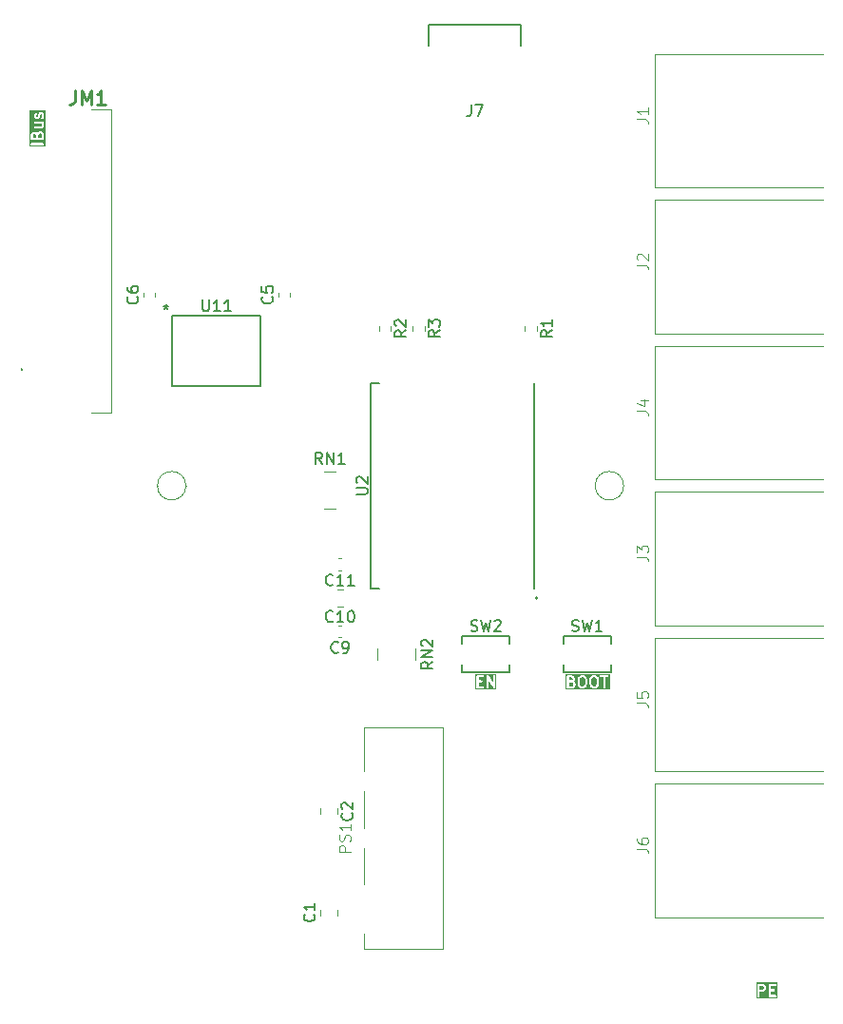
<source format=gbr>
%TF.GenerationSoftware,KiCad,Pcbnew,9.0.6*%
%TF.CreationDate,2025-11-30T12:45:29+03:00*%
%TF.ProjectId,PMIFC-1Wx12,504d4946-432d-4315-9778-31322e6b6963,rev?*%
%TF.SameCoordinates,PX3dfd240PY5f5e100*%
%TF.FileFunction,Legend,Top*%
%TF.FilePolarity,Positive*%
%FSLAX46Y46*%
G04 Gerber Fmt 4.6, Leading zero omitted, Abs format (unit mm)*
G04 Created by KiCad (PCBNEW 9.0.6) date 2025-11-30 12:45:29*
%MOMM*%
%LPD*%
G01*
G04 APERTURE LIST*
%ADD10C,0.200000*%
%ADD11C,0.100000*%
%ADD12C,0.150000*%
%ADD13C,0.254000*%
%ADD14C,0.120000*%
%ADD15C,0.152400*%
%ADD16C,0.203200*%
G04 APERTURE END LIST*
D10*
G36*
X-37141065Y31286236D02*
G01*
X-37116396Y31261568D01*
X-37086591Y31201958D01*
X-37086591Y30992232D01*
X-37362781Y30992232D01*
X-37362781Y31201958D01*
X-37332976Y31261568D01*
X-37308308Y31286237D01*
X-37248698Y31316041D01*
X-37200674Y31316041D01*
X-37141065Y31286236D01*
G37*
G36*
X-36617254Y31333854D02*
G01*
X-36592586Y31309187D01*
X-36562781Y31249577D01*
X-36562781Y30992232D01*
X-36886591Y30992232D01*
X-36886591Y31209338D01*
X-36851570Y31314404D01*
X-36832118Y31333856D01*
X-36772508Y31363660D01*
X-36676865Y31363660D01*
X-36617254Y31333854D01*
G37*
G36*
X-36251670Y30204931D02*
G01*
X-37673892Y30204931D01*
X-37673892Y30435551D01*
X-37560860Y30435551D01*
X-37560860Y30396533D01*
X-37545928Y30360485D01*
X-37518338Y30332895D01*
X-37482290Y30317963D01*
X-37462781Y30316042D01*
X-36462781Y30316042D01*
X-36443272Y30317963D01*
X-36407224Y30332895D01*
X-36379634Y30360485D01*
X-36364702Y30396533D01*
X-36364702Y30435551D01*
X-36379634Y30471599D01*
X-36407224Y30499189D01*
X-36443272Y30514121D01*
X-36462781Y30516042D01*
X-37462781Y30516042D01*
X-37482290Y30514121D01*
X-37518338Y30499189D01*
X-37545928Y30471599D01*
X-37560860Y30435551D01*
X-37673892Y30435551D01*
X-37673892Y31225565D01*
X-37562781Y31225565D01*
X-37562781Y30892232D01*
X-37560860Y30872723D01*
X-37545928Y30836675D01*
X-37518338Y30809085D01*
X-37482290Y30794153D01*
X-37462781Y30792232D01*
X-36462781Y30792232D01*
X-36443272Y30794153D01*
X-36407224Y30809085D01*
X-36379634Y30836675D01*
X-36364702Y30872723D01*
X-36362781Y30892232D01*
X-36362781Y31273184D01*
X-36364702Y31292693D01*
X-36366078Y31296014D01*
X-36366332Y31299597D01*
X-36373338Y31317906D01*
X-36420957Y31413143D01*
X-36426243Y31421540D01*
X-36427253Y31423980D01*
X-36429507Y31426726D01*
X-36431400Y31429734D01*
X-36433397Y31431466D01*
X-36439690Y31439134D01*
X-36487310Y31486752D01*
X-36494980Y31493047D01*
X-36496709Y31495041D01*
X-36499714Y31496933D01*
X-36502463Y31499189D01*
X-36504907Y31500201D01*
X-36513299Y31505484D01*
X-36608537Y31553103D01*
X-36626845Y31560109D01*
X-36630429Y31560364D01*
X-36633749Y31561739D01*
X-36653258Y31563660D01*
X-36796115Y31563660D01*
X-36815624Y31561739D01*
X-36818945Y31560364D01*
X-36822528Y31560109D01*
X-36840837Y31553103D01*
X-36936074Y31505484D01*
X-36944471Y31500199D01*
X-36946911Y31499188D01*
X-36949657Y31496935D01*
X-36952665Y31495041D01*
X-36954398Y31493044D01*
X-36962064Y31486751D01*
X-37009683Y31439133D01*
X-37010330Y31438345D01*
X-37011118Y31439133D01*
X-37018789Y31445428D01*
X-37020518Y31447422D01*
X-37023526Y31449316D01*
X-37026272Y31451569D01*
X-37028712Y31452580D01*
X-37037108Y31457865D01*
X-37132346Y31505484D01*
X-37150654Y31512490D01*
X-37154238Y31512745D01*
X-37157558Y31514120D01*
X-37177067Y31516041D01*
X-37272305Y31516041D01*
X-37291814Y31514120D01*
X-37295135Y31512745D01*
X-37298718Y31512490D01*
X-37317027Y31505484D01*
X-37412264Y31457865D01*
X-37420661Y31452580D01*
X-37423101Y31451569D01*
X-37425847Y31449316D01*
X-37428855Y31447422D01*
X-37430588Y31445425D01*
X-37438254Y31439132D01*
X-37485873Y31391514D01*
X-37492168Y31383844D01*
X-37494162Y31382114D01*
X-37496056Y31379107D01*
X-37498309Y31376360D01*
X-37499320Y31373921D01*
X-37504605Y31365524D01*
X-37552224Y31270286D01*
X-37559230Y31251978D01*
X-37559485Y31248395D01*
X-37560860Y31245074D01*
X-37562781Y31225565D01*
X-37673892Y31225565D01*
X-37673892Y32340312D01*
X-37227527Y32340312D01*
X-37227527Y32301294D01*
X-37212595Y32265246D01*
X-37185005Y32237656D01*
X-37148957Y32222724D01*
X-37129448Y32220803D01*
X-36599440Y32220803D01*
X-36592586Y32213949D01*
X-36562781Y32154339D01*
X-36562781Y32058696D01*
X-36584936Y32014387D01*
X-36629246Y31992232D01*
X-37129448Y31992232D01*
X-37148957Y31990311D01*
X-37185005Y31975379D01*
X-37212595Y31947789D01*
X-37227527Y31911741D01*
X-37227527Y31872723D01*
X-37212595Y31836675D01*
X-37185005Y31809085D01*
X-37148957Y31794153D01*
X-37129448Y31792232D01*
X-36605639Y31792232D01*
X-36586130Y31794153D01*
X-36582810Y31795529D01*
X-36579227Y31795783D01*
X-36560918Y31802789D01*
X-36465679Y31850408D01*
X-36462416Y31852462D01*
X-36460877Y31852975D01*
X-36458961Y31854638D01*
X-36449089Y31860851D01*
X-36440875Y31870323D01*
X-36431400Y31878539D01*
X-36425188Y31888410D01*
X-36423524Y31890327D01*
X-36423011Y31891868D01*
X-36420957Y31895130D01*
X-36373338Y31990367D01*
X-36366332Y32008676D01*
X-36366078Y32012260D01*
X-36364702Y32015580D01*
X-36362781Y32035089D01*
X-36362781Y32177946D01*
X-36364702Y32197455D01*
X-36366078Y32200776D01*
X-36366332Y32204359D01*
X-36373338Y32222668D01*
X-36389630Y32255251D01*
X-36379634Y32265246D01*
X-36364702Y32301294D01*
X-36364702Y32340312D01*
X-36379634Y32376360D01*
X-36407224Y32403950D01*
X-36443272Y32418882D01*
X-36462781Y32420803D01*
X-37129448Y32420803D01*
X-37148957Y32418882D01*
X-37185005Y32403950D01*
X-37212595Y32376360D01*
X-37227527Y32340312D01*
X-37673892Y32340312D01*
X-37673892Y33035089D01*
X-37229448Y33035089D01*
X-37229448Y32892232D01*
X-37227527Y32872723D01*
X-37226152Y32869403D01*
X-37225897Y32865819D01*
X-37218891Y32847511D01*
X-37171272Y32752273D01*
X-37169219Y32749010D01*
X-37168705Y32747471D01*
X-37167043Y32745555D01*
X-37160829Y32735683D01*
X-37151359Y32727470D01*
X-37143141Y32717994D01*
X-37133268Y32711780D01*
X-37131352Y32710118D01*
X-37129814Y32709606D01*
X-37126550Y32707551D01*
X-37031313Y32659932D01*
X-37013004Y32652926D01*
X-37009421Y32652672D01*
X-37006100Y32651296D01*
X-36986591Y32649375D01*
X-36938972Y32649375D01*
X-36919463Y32651296D01*
X-36916143Y32652672D01*
X-36912559Y32652926D01*
X-36894251Y32659932D01*
X-36799013Y32707551D01*
X-36795750Y32709605D01*
X-36794211Y32710118D01*
X-36792295Y32711781D01*
X-36782423Y32717994D01*
X-36774210Y32727465D01*
X-36764734Y32735682D01*
X-36758520Y32745556D01*
X-36756858Y32747471D01*
X-36756346Y32749010D01*
X-36754291Y32752273D01*
X-36706672Y32847510D01*
X-36699666Y32865819D01*
X-36699412Y32869403D01*
X-36698036Y32872723D01*
X-36696115Y32892232D01*
X-36696115Y33011482D01*
X-36673960Y33055792D01*
X-36629651Y33077946D01*
X-36629246Y33077946D01*
X-36584936Y33055792D01*
X-36562781Y33011482D01*
X-36562781Y32868220D01*
X-36599843Y32794096D01*
X-36606849Y32775788D01*
X-36609615Y32736868D01*
X-36597276Y32699852D01*
X-36571712Y32670375D01*
X-36536813Y32652926D01*
X-36497893Y32650160D01*
X-36460877Y32662499D01*
X-36431400Y32688063D01*
X-36420957Y32704654D01*
X-36373338Y32799891D01*
X-36366332Y32818200D01*
X-36366078Y32821784D01*
X-36364702Y32825104D01*
X-36362781Y32844613D01*
X-36362781Y33035089D01*
X-36364702Y33054598D01*
X-36366078Y33057919D01*
X-36366332Y33061502D01*
X-36373338Y33079811D01*
X-36420957Y33175048D01*
X-36423011Y33178311D01*
X-36423524Y33179851D01*
X-36425188Y33181769D01*
X-36431400Y33191639D01*
X-36440875Y33199856D01*
X-36449089Y33209327D01*
X-36458961Y33215541D01*
X-36460877Y33217203D01*
X-36462416Y33217717D01*
X-36465679Y33219770D01*
X-36560918Y33267389D01*
X-36579227Y33274395D01*
X-36582810Y33274650D01*
X-36586130Y33276025D01*
X-36605639Y33277946D01*
X-36653258Y33277946D01*
X-36672767Y33276025D01*
X-36676088Y33274650D01*
X-36679671Y33274395D01*
X-36697980Y33267389D01*
X-36793217Y33219770D01*
X-36796481Y33217716D01*
X-36798019Y33217203D01*
X-36799935Y33215542D01*
X-36809808Y33209327D01*
X-36818026Y33199852D01*
X-36827496Y33191638D01*
X-36833710Y33181767D01*
X-36835372Y33179850D01*
X-36835886Y33178312D01*
X-36837939Y33175048D01*
X-36885558Y33079810D01*
X-36892564Y33061502D01*
X-36892819Y33057919D01*
X-36894194Y33054598D01*
X-36896115Y33035089D01*
X-36896115Y32915839D01*
X-36918270Y32871531D01*
X-36962579Y32849375D01*
X-36962984Y32849375D01*
X-37007293Y32871530D01*
X-37029448Y32915840D01*
X-37029448Y33011482D01*
X-36992386Y33085605D01*
X-36985380Y33103914D01*
X-36982614Y33142834D01*
X-36994953Y33179850D01*
X-37020518Y33209327D01*
X-37055416Y33226776D01*
X-37094336Y33229541D01*
X-37131352Y33217203D01*
X-37160829Y33191638D01*
X-37171272Y33175048D01*
X-37218891Y33079810D01*
X-37225897Y33061502D01*
X-37226152Y33057919D01*
X-37227527Y33054598D01*
X-37229448Y33035089D01*
X-37673892Y33035089D01*
X-37673892Y33389057D01*
X-36251670Y33389057D01*
X-36251670Y30204931D01*
G37*
G36*
X10731695Y-17563430D02*
G01*
X10751147Y-17582882D01*
X10780952Y-17642492D01*
X10780952Y-17738135D01*
X10751147Y-17797743D01*
X10726478Y-17822413D01*
X10666869Y-17852219D01*
X10409524Y-17852219D01*
X10409524Y-17528409D01*
X10626630Y-17528409D01*
X10731695Y-17563430D01*
G37*
G36*
X10678859Y-17082024D02*
G01*
X10703528Y-17106692D01*
X10733333Y-17166302D01*
X10733333Y-17214326D01*
X10703528Y-17273935D01*
X10678859Y-17298603D01*
X10619250Y-17328409D01*
X10409524Y-17328409D01*
X10409524Y-17052219D01*
X10619250Y-17052219D01*
X10678859Y-17082024D01*
G37*
G36*
X11726477Y-17082023D02*
G01*
X11790656Y-17146202D01*
X11828571Y-17297861D01*
X11828571Y-17606575D01*
X11790655Y-17758235D01*
X11726479Y-17822413D01*
X11666869Y-17852219D01*
X11523607Y-17852219D01*
X11463997Y-17822414D01*
X11399820Y-17758236D01*
X11361905Y-17606575D01*
X11361905Y-17297862D01*
X11399820Y-17146202D01*
X11463999Y-17082023D01*
X11523607Y-17052219D01*
X11666869Y-17052219D01*
X11726477Y-17082023D01*
G37*
G36*
X12774096Y-17082023D02*
G01*
X12838275Y-17146202D01*
X12876190Y-17297861D01*
X12876190Y-17606575D01*
X12838274Y-17758235D01*
X12774098Y-17822413D01*
X12714488Y-17852219D01*
X12571226Y-17852219D01*
X12511616Y-17822414D01*
X12447439Y-17758236D01*
X12409524Y-17606575D01*
X12409524Y-17297862D01*
X12447439Y-17146202D01*
X12511618Y-17082023D01*
X12571226Y-17052219D01*
X12714488Y-17052219D01*
X12774096Y-17082023D01*
G37*
G36*
X14042523Y-18163330D02*
G01*
X10098413Y-18163330D01*
X10098413Y-16952219D01*
X10209524Y-16952219D01*
X10209524Y-17952219D01*
X10211445Y-17971728D01*
X10226377Y-18007776D01*
X10253967Y-18035366D01*
X10290015Y-18050298D01*
X10309524Y-18052219D01*
X10690476Y-18052219D01*
X10709985Y-18050298D01*
X10713305Y-18048922D01*
X10716889Y-18048668D01*
X10735197Y-18041662D01*
X10830435Y-17994043D01*
X10838830Y-17988758D01*
X10841272Y-17987747D01*
X10844019Y-17985491D01*
X10847025Y-17983600D01*
X10848755Y-17981605D01*
X10856425Y-17975310D01*
X10904044Y-17927690D01*
X10910336Y-17920023D01*
X10912333Y-17918292D01*
X10914226Y-17915284D01*
X10916481Y-17912537D01*
X10917492Y-17910095D01*
X10922776Y-17901701D01*
X10970395Y-17806464D01*
X10977401Y-17788155D01*
X10977655Y-17784571D01*
X10979031Y-17781251D01*
X10980952Y-17761742D01*
X10980952Y-17618885D01*
X10979031Y-17599376D01*
X10977655Y-17596055D01*
X10977401Y-17592472D01*
X10970395Y-17574163D01*
X10922776Y-17478926D01*
X10917490Y-17470529D01*
X10916480Y-17468089D01*
X10914226Y-17465343D01*
X10912333Y-17462335D01*
X10910335Y-17460602D01*
X10904043Y-17452936D01*
X10856425Y-17405317D01*
X10855636Y-17404669D01*
X10856424Y-17403882D01*
X10862716Y-17396215D01*
X10864714Y-17394483D01*
X10866607Y-17391474D01*
X10868861Y-17388729D01*
X10869871Y-17386288D01*
X10875157Y-17377892D01*
X10921327Y-17285552D01*
X11161905Y-17285552D01*
X11161905Y-17618885D01*
X11162240Y-17622287D01*
X11162023Y-17623746D01*
X11163102Y-17631043D01*
X11163826Y-17638394D01*
X11164390Y-17639757D01*
X11164891Y-17643139D01*
X11212510Y-17833614D01*
X11219105Y-17852075D01*
X11223530Y-17858047D01*
X11226376Y-17864918D01*
X11238813Y-17880071D01*
X11334051Y-17975311D01*
X11341719Y-17981604D01*
X11343450Y-17983600D01*
X11346457Y-17985493D01*
X11349204Y-17987747D01*
X11351644Y-17988757D01*
X11360041Y-17994043D01*
X11455278Y-18041662D01*
X11473587Y-18048668D01*
X11477170Y-18048922D01*
X11480491Y-18050298D01*
X11500000Y-18052219D01*
X11690476Y-18052219D01*
X11709985Y-18050298D01*
X11713305Y-18048922D01*
X11716889Y-18048668D01*
X11735197Y-18041662D01*
X11830435Y-17994043D01*
X11838830Y-17988758D01*
X11841272Y-17987747D01*
X11844019Y-17985491D01*
X11847025Y-17983600D01*
X11848755Y-17981605D01*
X11856425Y-17975310D01*
X11951663Y-17880071D01*
X11964100Y-17864918D01*
X11966945Y-17858047D01*
X11971371Y-17852075D01*
X11977966Y-17833615D01*
X12025585Y-17643139D01*
X12026085Y-17639757D01*
X12026650Y-17638394D01*
X12027373Y-17631043D01*
X12028453Y-17623746D01*
X12028235Y-17622287D01*
X12028571Y-17618885D01*
X12028571Y-17285552D01*
X12209524Y-17285552D01*
X12209524Y-17618885D01*
X12209859Y-17622287D01*
X12209642Y-17623746D01*
X12210721Y-17631043D01*
X12211445Y-17638394D01*
X12212009Y-17639757D01*
X12212510Y-17643139D01*
X12260129Y-17833614D01*
X12266724Y-17852075D01*
X12271149Y-17858047D01*
X12273995Y-17864918D01*
X12286432Y-17880071D01*
X12381670Y-17975311D01*
X12389338Y-17981604D01*
X12391069Y-17983600D01*
X12394076Y-17985493D01*
X12396823Y-17987747D01*
X12399263Y-17988757D01*
X12407660Y-17994043D01*
X12502897Y-18041662D01*
X12521206Y-18048668D01*
X12524789Y-18048922D01*
X12528110Y-18050298D01*
X12547619Y-18052219D01*
X12738095Y-18052219D01*
X12757604Y-18050298D01*
X12760924Y-18048922D01*
X12764508Y-18048668D01*
X12782816Y-18041662D01*
X12878054Y-17994043D01*
X12886449Y-17988758D01*
X12888891Y-17987747D01*
X12891638Y-17985491D01*
X12894644Y-17983600D01*
X12896374Y-17981605D01*
X12904044Y-17975310D01*
X12999282Y-17880071D01*
X13011719Y-17864918D01*
X13014564Y-17858047D01*
X13018990Y-17852075D01*
X13025585Y-17833615D01*
X13073204Y-17643139D01*
X13073704Y-17639757D01*
X13074269Y-17638394D01*
X13074992Y-17631043D01*
X13076072Y-17623746D01*
X13075854Y-17622287D01*
X13076190Y-17618885D01*
X13076190Y-17285552D01*
X13075854Y-17282149D01*
X13076072Y-17280691D01*
X13074992Y-17273393D01*
X13074269Y-17266043D01*
X13073704Y-17264679D01*
X13073204Y-17261298D01*
X13025585Y-17070822D01*
X13018990Y-17052362D01*
X13014563Y-17046387D01*
X13011718Y-17039519D01*
X12999282Y-17024365D01*
X12907627Y-16932710D01*
X13163826Y-16932710D01*
X13163826Y-16971728D01*
X13178758Y-17007776D01*
X13206348Y-17035366D01*
X13242396Y-17050298D01*
X13261905Y-17052219D01*
X13447619Y-17052219D01*
X13447619Y-17952219D01*
X13449540Y-17971728D01*
X13464472Y-18007776D01*
X13492062Y-18035366D01*
X13528110Y-18050298D01*
X13567128Y-18050298D01*
X13603176Y-18035366D01*
X13630766Y-18007776D01*
X13645698Y-17971728D01*
X13647619Y-17952219D01*
X13647619Y-17052219D01*
X13833333Y-17052219D01*
X13852842Y-17050298D01*
X13888890Y-17035366D01*
X13916480Y-17007776D01*
X13931412Y-16971728D01*
X13931412Y-16932710D01*
X13916480Y-16896662D01*
X13888890Y-16869072D01*
X13852842Y-16854140D01*
X13833333Y-16852219D01*
X13261905Y-16852219D01*
X13242396Y-16854140D01*
X13206348Y-16869072D01*
X13178758Y-16896662D01*
X13163826Y-16932710D01*
X12907627Y-16932710D01*
X12904044Y-16929127D01*
X12896373Y-16922832D01*
X12894644Y-16920838D01*
X12891636Y-16918944D01*
X12888890Y-16916691D01*
X12886450Y-16915680D01*
X12878054Y-16910395D01*
X12782816Y-16862776D01*
X12764508Y-16855770D01*
X12760924Y-16855515D01*
X12757604Y-16854140D01*
X12738095Y-16852219D01*
X12547619Y-16852219D01*
X12528110Y-16854140D01*
X12524789Y-16855515D01*
X12521206Y-16855770D01*
X12502897Y-16862776D01*
X12407660Y-16910395D01*
X12399261Y-16915681D01*
X12396824Y-16916691D01*
X12394080Y-16918942D01*
X12391069Y-16920838D01*
X12389336Y-16922835D01*
X12381670Y-16929127D01*
X12286432Y-17024365D01*
X12273996Y-17039519D01*
X12271150Y-17046387D01*
X12266724Y-17052362D01*
X12260129Y-17070823D01*
X12212510Y-17261298D01*
X12212009Y-17264679D01*
X12211445Y-17266043D01*
X12210721Y-17273393D01*
X12209642Y-17280691D01*
X12209859Y-17282149D01*
X12209524Y-17285552D01*
X12028571Y-17285552D01*
X12028235Y-17282149D01*
X12028453Y-17280691D01*
X12027373Y-17273393D01*
X12026650Y-17266043D01*
X12026085Y-17264679D01*
X12025585Y-17261298D01*
X11977966Y-17070822D01*
X11971371Y-17052362D01*
X11966944Y-17046387D01*
X11964099Y-17039519D01*
X11951663Y-17024365D01*
X11856425Y-16929127D01*
X11848754Y-16922832D01*
X11847025Y-16920838D01*
X11844017Y-16918944D01*
X11841271Y-16916691D01*
X11838831Y-16915680D01*
X11830435Y-16910395D01*
X11735197Y-16862776D01*
X11716889Y-16855770D01*
X11713305Y-16855515D01*
X11709985Y-16854140D01*
X11690476Y-16852219D01*
X11500000Y-16852219D01*
X11480491Y-16854140D01*
X11477170Y-16855515D01*
X11473587Y-16855770D01*
X11455278Y-16862776D01*
X11360041Y-16910395D01*
X11351642Y-16915681D01*
X11349205Y-16916691D01*
X11346461Y-16918942D01*
X11343450Y-16920838D01*
X11341717Y-16922835D01*
X11334051Y-16929127D01*
X11238813Y-17024365D01*
X11226377Y-17039519D01*
X11223531Y-17046387D01*
X11219105Y-17052362D01*
X11212510Y-17070823D01*
X11164891Y-17261298D01*
X11164390Y-17264679D01*
X11163826Y-17266043D01*
X11163102Y-17273393D01*
X11162023Y-17280691D01*
X11162240Y-17282149D01*
X11161905Y-17285552D01*
X10921327Y-17285552D01*
X10922776Y-17282655D01*
X10929782Y-17264346D01*
X10930036Y-17260762D01*
X10931412Y-17257442D01*
X10933333Y-17237933D01*
X10933333Y-17142695D01*
X10931412Y-17123186D01*
X10930036Y-17119865D01*
X10929782Y-17116282D01*
X10922776Y-17097973D01*
X10875157Y-17002736D01*
X10869871Y-16994339D01*
X10868861Y-16991899D01*
X10866607Y-16989153D01*
X10864714Y-16986145D01*
X10862716Y-16984412D01*
X10856424Y-16976746D01*
X10808806Y-16929127D01*
X10801135Y-16922832D01*
X10799406Y-16920838D01*
X10796398Y-16918944D01*
X10793652Y-16916691D01*
X10791212Y-16915680D01*
X10782816Y-16910395D01*
X10687578Y-16862776D01*
X10669270Y-16855770D01*
X10665686Y-16855515D01*
X10662366Y-16854140D01*
X10642857Y-16852219D01*
X10309524Y-16852219D01*
X10290015Y-16854140D01*
X10253967Y-16869072D01*
X10226377Y-16896662D01*
X10211445Y-16932710D01*
X10209524Y-16952219D01*
X10098413Y-16952219D01*
X10098413Y-16741108D01*
X14042523Y-16741108D01*
X14042523Y-18163330D01*
G37*
G36*
X27702668Y-44582024D02*
G01*
X27727337Y-44606692D01*
X27757142Y-44666302D01*
X27757142Y-44761945D01*
X27727337Y-44821554D01*
X27702668Y-44846222D01*
X27643059Y-44876028D01*
X27385714Y-44876028D01*
X27385714Y-44552219D01*
X27643059Y-44552219D01*
X27702668Y-44582024D01*
G37*
G36*
X28971094Y-45663330D02*
G01*
X27074603Y-45663330D01*
X27074603Y-44452219D01*
X27185714Y-44452219D01*
X27185714Y-45452219D01*
X27187635Y-45471728D01*
X27202567Y-45507776D01*
X27230157Y-45535366D01*
X27266205Y-45550298D01*
X27305223Y-45550298D01*
X27341271Y-45535366D01*
X27368861Y-45507776D01*
X27383793Y-45471728D01*
X27385714Y-45452219D01*
X27385714Y-45076028D01*
X27666666Y-45076028D01*
X27686175Y-45074107D01*
X27689495Y-45072731D01*
X27693079Y-45072477D01*
X27711387Y-45065471D01*
X27806625Y-45017852D01*
X27815021Y-45012566D01*
X27817461Y-45011556D01*
X27820207Y-45009302D01*
X27823215Y-45007409D01*
X27824944Y-45005414D01*
X27832615Y-44999120D01*
X27880233Y-44951501D01*
X27886525Y-44943834D01*
X27888523Y-44942102D01*
X27890416Y-44939093D01*
X27892670Y-44936348D01*
X27893680Y-44933907D01*
X27898966Y-44925511D01*
X27946585Y-44830274D01*
X27953591Y-44811965D01*
X27953845Y-44808381D01*
X27955221Y-44805061D01*
X27957142Y-44785552D01*
X27957142Y-44642695D01*
X27955221Y-44623186D01*
X27953845Y-44619865D01*
X27953591Y-44616282D01*
X27946585Y-44597973D01*
X27898966Y-44502736D01*
X27893680Y-44494339D01*
X27892670Y-44491899D01*
X27890416Y-44489153D01*
X27888523Y-44486145D01*
X27886525Y-44484412D01*
X27880233Y-44476746D01*
X27855707Y-44452219D01*
X28185714Y-44452219D01*
X28185714Y-45452219D01*
X28187635Y-45471728D01*
X28202567Y-45507776D01*
X28230157Y-45535366D01*
X28266205Y-45550298D01*
X28285714Y-45552219D01*
X28761904Y-45552219D01*
X28781413Y-45550298D01*
X28817461Y-45535366D01*
X28845051Y-45507776D01*
X28859983Y-45471728D01*
X28859983Y-45432710D01*
X28845051Y-45396662D01*
X28817461Y-45369072D01*
X28781413Y-45354140D01*
X28761904Y-45352219D01*
X28385714Y-45352219D01*
X28385714Y-45028409D01*
X28619047Y-45028409D01*
X28638556Y-45026488D01*
X28674604Y-45011556D01*
X28702194Y-44983966D01*
X28717126Y-44947918D01*
X28717126Y-44908900D01*
X28702194Y-44872852D01*
X28674604Y-44845262D01*
X28638556Y-44830330D01*
X28619047Y-44828409D01*
X28385714Y-44828409D01*
X28385714Y-44552219D01*
X28761904Y-44552219D01*
X28781413Y-44550298D01*
X28817461Y-44535366D01*
X28845051Y-44507776D01*
X28859983Y-44471728D01*
X28859983Y-44432710D01*
X28845051Y-44396662D01*
X28817461Y-44369072D01*
X28781413Y-44354140D01*
X28761904Y-44352219D01*
X28285714Y-44352219D01*
X28266205Y-44354140D01*
X28230157Y-44369072D01*
X28202567Y-44396662D01*
X28187635Y-44432710D01*
X28185714Y-44452219D01*
X27855707Y-44452219D01*
X27832615Y-44429127D01*
X27824944Y-44422832D01*
X27823215Y-44420838D01*
X27820207Y-44418944D01*
X27817461Y-44416691D01*
X27815021Y-44415680D01*
X27806625Y-44410395D01*
X27711387Y-44362776D01*
X27693079Y-44355770D01*
X27689495Y-44355515D01*
X27686175Y-44354140D01*
X27666666Y-44352219D01*
X27285714Y-44352219D01*
X27266205Y-44354140D01*
X27230157Y-44369072D01*
X27202567Y-44396662D01*
X27187635Y-44432710D01*
X27185714Y-44452219D01*
X27074603Y-44452219D01*
X27074603Y-44241108D01*
X28971094Y-44241108D01*
X28971094Y-45663330D01*
G37*
G36*
X3949206Y-18163330D02*
G01*
X2050794Y-18163330D01*
X2050794Y-16952219D01*
X2161905Y-16952219D01*
X2161905Y-17952219D01*
X2163826Y-17971728D01*
X2178758Y-18007776D01*
X2206348Y-18035366D01*
X2242396Y-18050298D01*
X2261905Y-18052219D01*
X2738095Y-18052219D01*
X2757604Y-18050298D01*
X2793652Y-18035366D01*
X2821242Y-18007776D01*
X2836174Y-17971728D01*
X2836174Y-17932710D01*
X2821242Y-17896662D01*
X2793652Y-17869072D01*
X2757604Y-17854140D01*
X2738095Y-17852219D01*
X2361905Y-17852219D01*
X2361905Y-17528409D01*
X2595238Y-17528409D01*
X2614747Y-17526488D01*
X2650795Y-17511556D01*
X2678385Y-17483966D01*
X2693317Y-17447918D01*
X2693317Y-17408900D01*
X2678385Y-17372852D01*
X2650795Y-17345262D01*
X2614747Y-17330330D01*
X2595238Y-17328409D01*
X2361905Y-17328409D01*
X2361905Y-17052219D01*
X2738095Y-17052219D01*
X2757604Y-17050298D01*
X2793652Y-17035366D01*
X2821242Y-17007776D01*
X2836174Y-16971728D01*
X2836174Y-16952219D01*
X3066667Y-16952219D01*
X3066667Y-17952219D01*
X3068588Y-17971728D01*
X3083520Y-18007776D01*
X3111110Y-18035366D01*
X3147158Y-18050298D01*
X3186176Y-18050298D01*
X3222224Y-18035366D01*
X3249814Y-18007776D01*
X3264746Y-17971728D01*
X3266667Y-17952219D01*
X3266667Y-17328775D01*
X3651271Y-18001833D01*
X3654189Y-18005943D01*
X3654948Y-18007776D01*
X3656814Y-18009642D01*
X3662618Y-18017818D01*
X3673134Y-18025962D01*
X3682538Y-18035366D01*
X3688425Y-18037804D01*
X3693467Y-18041709D01*
X3706299Y-18045208D01*
X3718586Y-18050298D01*
X3724962Y-18050298D01*
X3731111Y-18051975D01*
X3744304Y-18050298D01*
X3757604Y-18050298D01*
X3763492Y-18047858D01*
X3769817Y-18047055D01*
X3781366Y-18040454D01*
X3793652Y-18035366D01*
X3798159Y-18030858D01*
X3803694Y-18027696D01*
X3811838Y-18017179D01*
X3821242Y-18007776D01*
X3823680Y-18001888D01*
X3827585Y-17996847D01*
X3831084Y-17984014D01*
X3836174Y-17971728D01*
X3837156Y-17961750D01*
X3837851Y-17959204D01*
X3837600Y-17957236D01*
X3838095Y-17952219D01*
X3838095Y-16952219D01*
X3836174Y-16932710D01*
X3821242Y-16896662D01*
X3793652Y-16869072D01*
X3757604Y-16854140D01*
X3718586Y-16854140D01*
X3682538Y-16869072D01*
X3654948Y-16896662D01*
X3640016Y-16932710D01*
X3638095Y-16952219D01*
X3638095Y-17575662D01*
X3253491Y-16902605D01*
X3250572Y-16898494D01*
X3249814Y-16896662D01*
X3247947Y-16894795D01*
X3242144Y-16886620D01*
X3231629Y-16878477D01*
X3222224Y-16869072D01*
X3216333Y-16866632D01*
X3211295Y-16862730D01*
X3198466Y-16859231D01*
X3186176Y-16854140D01*
X3179801Y-16854140D01*
X3173652Y-16852463D01*
X3160459Y-16854140D01*
X3147158Y-16854140D01*
X3141269Y-16856579D01*
X3134945Y-16857383D01*
X3123395Y-16863983D01*
X3111110Y-16869072D01*
X3106602Y-16873579D01*
X3101068Y-16876742D01*
X3092925Y-16887256D01*
X3083520Y-16896662D01*
X3081080Y-16902552D01*
X3077178Y-16907591D01*
X3073679Y-16920419D01*
X3068588Y-16932710D01*
X3067605Y-16942687D01*
X3066911Y-16945234D01*
X3067161Y-16947201D01*
X3066667Y-16952219D01*
X2836174Y-16952219D01*
X2836174Y-16932710D01*
X2821242Y-16896662D01*
X2793652Y-16869072D01*
X2757604Y-16854140D01*
X2738095Y-16852219D01*
X2261905Y-16852219D01*
X2242396Y-16854140D01*
X2206348Y-16869072D01*
X2178758Y-16896662D01*
X2163826Y-16932710D01*
X2161905Y-16952219D01*
X2050794Y-16952219D01*
X2050794Y-16741108D01*
X3949206Y-16741108D01*
X3949206Y-18163330D01*
G37*
D11*
X16457419Y-32333333D02*
X17171704Y-32333333D01*
X17171704Y-32333333D02*
X17314561Y-32380952D01*
X17314561Y-32380952D02*
X17409800Y-32476190D01*
X17409800Y-32476190D02*
X17457419Y-32619047D01*
X17457419Y-32619047D02*
X17457419Y-32714285D01*
X16457419Y-31428571D02*
X16457419Y-31619047D01*
X16457419Y-31619047D02*
X16505038Y-31714285D01*
X16505038Y-31714285D02*
X16552657Y-31761904D01*
X16552657Y-31761904D02*
X16695514Y-31857142D01*
X16695514Y-31857142D02*
X16885990Y-31904761D01*
X16885990Y-31904761D02*
X17266942Y-31904761D01*
X17266942Y-31904761D02*
X17362180Y-31857142D01*
X17362180Y-31857142D02*
X17409800Y-31809523D01*
X17409800Y-31809523D02*
X17457419Y-31714285D01*
X17457419Y-31714285D02*
X17457419Y-31523809D01*
X17457419Y-31523809D02*
X17409800Y-31428571D01*
X17409800Y-31428571D02*
X17362180Y-31380952D01*
X17362180Y-31380952D02*
X17266942Y-31333333D01*
X17266942Y-31333333D02*
X17028847Y-31333333D01*
X17028847Y-31333333D02*
X16933609Y-31380952D01*
X16933609Y-31380952D02*
X16885990Y-31428571D01*
X16885990Y-31428571D02*
X16838371Y-31523809D01*
X16838371Y-31523809D02*
X16838371Y-31714285D01*
X16838371Y-31714285D02*
X16885990Y-31809523D01*
X16885990Y-31809523D02*
X16933609Y-31857142D01*
X16933609Y-31857142D02*
X17028847Y-31904761D01*
D12*
X-28070420Y16833334D02*
X-28022800Y16785715D01*
X-28022800Y16785715D02*
X-27975181Y16642858D01*
X-27975181Y16642858D02*
X-27975181Y16547620D01*
X-27975181Y16547620D02*
X-28022800Y16404763D01*
X-28022800Y16404763D02*
X-28118039Y16309525D01*
X-28118039Y16309525D02*
X-28213277Y16261906D01*
X-28213277Y16261906D02*
X-28403753Y16214287D01*
X-28403753Y16214287D02*
X-28546610Y16214287D01*
X-28546610Y16214287D02*
X-28737086Y16261906D01*
X-28737086Y16261906D02*
X-28832324Y16309525D01*
X-28832324Y16309525D02*
X-28927562Y16404763D01*
X-28927562Y16404763D02*
X-28975181Y16547620D01*
X-28975181Y16547620D02*
X-28975181Y16642858D01*
X-28975181Y16642858D02*
X-28927562Y16785715D01*
X-28927562Y16785715D02*
X-28879943Y16833334D01*
X-28975181Y17690477D02*
X-28975181Y17500001D01*
X-28975181Y17500001D02*
X-28927562Y17404763D01*
X-28927562Y17404763D02*
X-28879943Y17357144D01*
X-28879943Y17357144D02*
X-28737086Y17261906D01*
X-28737086Y17261906D02*
X-28546610Y17214287D01*
X-28546610Y17214287D02*
X-28165658Y17214287D01*
X-28165658Y17214287D02*
X-28070420Y17261906D01*
X-28070420Y17261906D02*
X-28022800Y17309525D01*
X-28022800Y17309525D02*
X-27975181Y17404763D01*
X-27975181Y17404763D02*
X-27975181Y17595239D01*
X-27975181Y17595239D02*
X-28022800Y17690477D01*
X-28022800Y17690477D02*
X-28070420Y17738096D01*
X-28070420Y17738096D02*
X-28165658Y17785715D01*
X-28165658Y17785715D02*
X-28403753Y17785715D01*
X-28403753Y17785715D02*
X-28498991Y17738096D01*
X-28498991Y17738096D02*
X-28546610Y17690477D01*
X-28546610Y17690477D02*
X-28594229Y17595239D01*
X-28594229Y17595239D02*
X-28594229Y17404763D01*
X-28594229Y17404763D02*
X-28546610Y17309525D01*
X-28546610Y17309525D02*
X-28498991Y17261906D01*
X-28498991Y17261906D02*
X-28403753Y17214287D01*
X-22238095Y16545181D02*
X-22238095Y15735658D01*
X-22238095Y15735658D02*
X-22190476Y15640420D01*
X-22190476Y15640420D02*
X-22142857Y15592800D01*
X-22142857Y15592800D02*
X-22047619Y15545181D01*
X-22047619Y15545181D02*
X-21857143Y15545181D01*
X-21857143Y15545181D02*
X-21761905Y15592800D01*
X-21761905Y15592800D02*
X-21714286Y15640420D01*
X-21714286Y15640420D02*
X-21666667Y15735658D01*
X-21666667Y15735658D02*
X-21666667Y16545181D01*
X-20666667Y15545181D02*
X-21238095Y15545181D01*
X-20952381Y15545181D02*
X-20952381Y16545181D01*
X-20952381Y16545181D02*
X-21047619Y16402324D01*
X-21047619Y16402324D02*
X-21142857Y16307086D01*
X-21142857Y16307086D02*
X-21238095Y16259467D01*
X-19714286Y15545181D02*
X-20285714Y15545181D01*
X-20000000Y15545181D02*
X-20000000Y16545181D01*
X-20000000Y16545181D02*
X-20095238Y16402324D01*
X-20095238Y16402324D02*
X-20190476Y16307086D01*
X-20190476Y16307086D02*
X-20285714Y16259467D01*
X-25500000Y16151981D02*
X-25500000Y15913886D01*
X-25738095Y16009124D02*
X-25500000Y15913886D01*
X-25500000Y15913886D02*
X-25261905Y16009124D01*
X-25642857Y15723410D02*
X-25500000Y15913886D01*
X-25500000Y15913886D02*
X-25357143Y15723410D01*
X-16070420Y16833334D02*
X-16022800Y16785715D01*
X-16022800Y16785715D02*
X-15975181Y16642858D01*
X-15975181Y16642858D02*
X-15975181Y16547620D01*
X-15975181Y16547620D02*
X-16022800Y16404763D01*
X-16022800Y16404763D02*
X-16118039Y16309525D01*
X-16118039Y16309525D02*
X-16213277Y16261906D01*
X-16213277Y16261906D02*
X-16403753Y16214287D01*
X-16403753Y16214287D02*
X-16546610Y16214287D01*
X-16546610Y16214287D02*
X-16737086Y16261906D01*
X-16737086Y16261906D02*
X-16832324Y16309525D01*
X-16832324Y16309525D02*
X-16927562Y16404763D01*
X-16927562Y16404763D02*
X-16975181Y16547620D01*
X-16975181Y16547620D02*
X-16975181Y16642858D01*
X-16975181Y16642858D02*
X-16927562Y16785715D01*
X-16927562Y16785715D02*
X-16879943Y16833334D01*
X-16975181Y17738096D02*
X-16975181Y17261906D01*
X-16975181Y17261906D02*
X-16498991Y17214287D01*
X-16498991Y17214287D02*
X-16546610Y17261906D01*
X-16546610Y17261906D02*
X-16594229Y17357144D01*
X-16594229Y17357144D02*
X-16594229Y17595239D01*
X-16594229Y17595239D02*
X-16546610Y17690477D01*
X-16546610Y17690477D02*
X-16498991Y17738096D01*
X-16498991Y17738096D02*
X-16403753Y17785715D01*
X-16403753Y17785715D02*
X-16165658Y17785715D01*
X-16165658Y17785715D02*
X-16070420Y17738096D01*
X-16070420Y17738096D02*
X-16022800Y17690477D01*
X-16022800Y17690477D02*
X-15975181Y17595239D01*
X-15975181Y17595239D02*
X-15975181Y17357144D01*
X-15975181Y17357144D02*
X-16022800Y17261906D01*
X-16022800Y17261906D02*
X-16070420Y17214287D01*
X1666667Y-12907200D02*
X1809524Y-12954819D01*
X1809524Y-12954819D02*
X2047619Y-12954819D01*
X2047619Y-12954819D02*
X2142857Y-12907200D01*
X2142857Y-12907200D02*
X2190476Y-12859580D01*
X2190476Y-12859580D02*
X2238095Y-12764342D01*
X2238095Y-12764342D02*
X2238095Y-12669104D01*
X2238095Y-12669104D02*
X2190476Y-12573866D01*
X2190476Y-12573866D02*
X2142857Y-12526247D01*
X2142857Y-12526247D02*
X2047619Y-12478628D01*
X2047619Y-12478628D02*
X1857143Y-12431009D01*
X1857143Y-12431009D02*
X1761905Y-12383390D01*
X1761905Y-12383390D02*
X1714286Y-12335771D01*
X1714286Y-12335771D02*
X1666667Y-12240533D01*
X1666667Y-12240533D02*
X1666667Y-12145295D01*
X1666667Y-12145295D02*
X1714286Y-12050057D01*
X1714286Y-12050057D02*
X1761905Y-12002438D01*
X1761905Y-12002438D02*
X1857143Y-11954819D01*
X1857143Y-11954819D02*
X2095238Y-11954819D01*
X2095238Y-11954819D02*
X2238095Y-12002438D01*
X2571429Y-11954819D02*
X2809524Y-12954819D01*
X2809524Y-12954819D02*
X3000000Y-12240533D01*
X3000000Y-12240533D02*
X3190476Y-12954819D01*
X3190476Y-12954819D02*
X3428572Y-11954819D01*
X3761905Y-12050057D02*
X3809524Y-12002438D01*
X3809524Y-12002438D02*
X3904762Y-11954819D01*
X3904762Y-11954819D02*
X4142857Y-11954819D01*
X4142857Y-11954819D02*
X4238095Y-12002438D01*
X4238095Y-12002438D02*
X4285714Y-12050057D01*
X4285714Y-12050057D02*
X4333333Y-12145295D01*
X4333333Y-12145295D02*
X4333333Y-12240533D01*
X4333333Y-12240533D02*
X4285714Y-12383390D01*
X4285714Y-12383390D02*
X3714286Y-12954819D01*
X3714286Y-12954819D02*
X4333333Y-12954819D01*
X8884819Y13833334D02*
X8408628Y13500001D01*
X8884819Y13261906D02*
X7884819Y13261906D01*
X7884819Y13261906D02*
X7884819Y13642858D01*
X7884819Y13642858D02*
X7932438Y13738096D01*
X7932438Y13738096D02*
X7980057Y13785715D01*
X7980057Y13785715D02*
X8075295Y13833334D01*
X8075295Y13833334D02*
X8218152Y13833334D01*
X8218152Y13833334D02*
X8313390Y13785715D01*
X8313390Y13785715D02*
X8361009Y13738096D01*
X8361009Y13738096D02*
X8408628Y13642858D01*
X8408628Y13642858D02*
X8408628Y13261906D01*
X8884819Y14785715D02*
X8884819Y14214287D01*
X8884819Y14500001D02*
X7884819Y14500001D01*
X7884819Y14500001D02*
X8027676Y14404763D01*
X8027676Y14404763D02*
X8122914Y14309525D01*
X8122914Y14309525D02*
X8170533Y14214287D01*
X-8545181Y-761904D02*
X-7735658Y-761904D01*
X-7735658Y-761904D02*
X-7640420Y-714285D01*
X-7640420Y-714285D02*
X-7592800Y-666666D01*
X-7592800Y-666666D02*
X-7545181Y-571428D01*
X-7545181Y-571428D02*
X-7545181Y-380952D01*
X-7545181Y-380952D02*
X-7592800Y-285714D01*
X-7592800Y-285714D02*
X-7640420Y-238095D01*
X-7640420Y-238095D02*
X-7735658Y-190476D01*
X-7735658Y-190476D02*
X-8545181Y-190476D01*
X-8449943Y238096D02*
X-8497562Y285715D01*
X-8497562Y285715D02*
X-8545181Y380953D01*
X-8545181Y380953D02*
X-8545181Y619048D01*
X-8545181Y619048D02*
X-8497562Y714286D01*
X-8497562Y714286D02*
X-8449943Y761905D01*
X-8449943Y761905D02*
X-8354705Y809524D01*
X-8354705Y809524D02*
X-8259467Y809524D01*
X-8259467Y809524D02*
X-8116610Y761905D01*
X-8116610Y761905D02*
X-7545181Y190477D01*
X-7545181Y190477D02*
X-7545181Y809524D01*
X-1115181Y13833334D02*
X-1591372Y13500001D01*
X-1115181Y13261906D02*
X-2115181Y13261906D01*
X-2115181Y13261906D02*
X-2115181Y13642858D01*
X-2115181Y13642858D02*
X-2067562Y13738096D01*
X-2067562Y13738096D02*
X-2019943Y13785715D01*
X-2019943Y13785715D02*
X-1924705Y13833334D01*
X-1924705Y13833334D02*
X-1781848Y13833334D01*
X-1781848Y13833334D02*
X-1686610Y13785715D01*
X-1686610Y13785715D02*
X-1638991Y13738096D01*
X-1638991Y13738096D02*
X-1591372Y13642858D01*
X-1591372Y13642858D02*
X-1591372Y13261906D01*
X-2115181Y14166668D02*
X-2115181Y14785715D01*
X-2115181Y14785715D02*
X-1734229Y14452382D01*
X-1734229Y14452382D02*
X-1734229Y14595239D01*
X-1734229Y14595239D02*
X-1686610Y14690477D01*
X-1686610Y14690477D02*
X-1638991Y14738096D01*
X-1638991Y14738096D02*
X-1543753Y14785715D01*
X-1543753Y14785715D02*
X-1305658Y14785715D01*
X-1305658Y14785715D02*
X-1210420Y14738096D01*
X-1210420Y14738096D02*
X-1162800Y14690477D01*
X-1162800Y14690477D02*
X-1115181Y14595239D01*
X-1115181Y14595239D02*
X-1115181Y14309525D01*
X-1115181Y14309525D02*
X-1162800Y14214287D01*
X-1162800Y14214287D02*
X-1210420Y14166668D01*
X-10642858Y-8789580D02*
X-10690477Y-8837200D01*
X-10690477Y-8837200D02*
X-10833334Y-8884819D01*
X-10833334Y-8884819D02*
X-10928572Y-8884819D01*
X-10928572Y-8884819D02*
X-11071429Y-8837200D01*
X-11071429Y-8837200D02*
X-11166667Y-8741961D01*
X-11166667Y-8741961D02*
X-11214286Y-8646723D01*
X-11214286Y-8646723D02*
X-11261905Y-8456247D01*
X-11261905Y-8456247D02*
X-11261905Y-8313390D01*
X-11261905Y-8313390D02*
X-11214286Y-8122914D01*
X-11214286Y-8122914D02*
X-11166667Y-8027676D01*
X-11166667Y-8027676D02*
X-11071429Y-7932438D01*
X-11071429Y-7932438D02*
X-10928572Y-7884819D01*
X-10928572Y-7884819D02*
X-10833334Y-7884819D01*
X-10833334Y-7884819D02*
X-10690477Y-7932438D01*
X-10690477Y-7932438D02*
X-10642858Y-7980057D01*
X-9690477Y-8884819D02*
X-10261905Y-8884819D01*
X-9976191Y-8884819D02*
X-9976191Y-7884819D01*
X-9976191Y-7884819D02*
X-10071429Y-8027676D01*
X-10071429Y-8027676D02*
X-10166667Y-8122914D01*
X-10166667Y-8122914D02*
X-10261905Y-8170533D01*
X-8738096Y-8884819D02*
X-9309524Y-8884819D01*
X-9023810Y-8884819D02*
X-9023810Y-7884819D01*
X-9023810Y-7884819D02*
X-9119048Y-8027676D01*
X-9119048Y-8027676D02*
X-9214286Y-8122914D01*
X-9214286Y-8122914D02*
X-9309524Y-8170533D01*
D11*
X16457419Y6666667D02*
X17171704Y6666667D01*
X17171704Y6666667D02*
X17314561Y6619048D01*
X17314561Y6619048D02*
X17409800Y6523810D01*
X17409800Y6523810D02*
X17457419Y6380953D01*
X17457419Y6380953D02*
X17457419Y6285715D01*
X16790752Y7571429D02*
X17457419Y7571429D01*
X16409800Y7333334D02*
X17124085Y7095239D01*
X17124085Y7095239D02*
X17124085Y7714286D01*
D12*
X-10642858Y-12039580D02*
X-10690477Y-12087200D01*
X-10690477Y-12087200D02*
X-10833334Y-12134819D01*
X-10833334Y-12134819D02*
X-10928572Y-12134819D01*
X-10928572Y-12134819D02*
X-11071429Y-12087200D01*
X-11071429Y-12087200D02*
X-11166667Y-11991961D01*
X-11166667Y-11991961D02*
X-11214286Y-11896723D01*
X-11214286Y-11896723D02*
X-11261905Y-11706247D01*
X-11261905Y-11706247D02*
X-11261905Y-11563390D01*
X-11261905Y-11563390D02*
X-11214286Y-11372914D01*
X-11214286Y-11372914D02*
X-11166667Y-11277676D01*
X-11166667Y-11277676D02*
X-11071429Y-11182438D01*
X-11071429Y-11182438D02*
X-10928572Y-11134819D01*
X-10928572Y-11134819D02*
X-10833334Y-11134819D01*
X-10833334Y-11134819D02*
X-10690477Y-11182438D01*
X-10690477Y-11182438D02*
X-10642858Y-11230057D01*
X-9690477Y-12134819D02*
X-10261905Y-12134819D01*
X-9976191Y-12134819D02*
X-9976191Y-11134819D01*
X-9976191Y-11134819D02*
X-10071429Y-11277676D01*
X-10071429Y-11277676D02*
X-10166667Y-11372914D01*
X-10166667Y-11372914D02*
X-10261905Y-11420533D01*
X-9071429Y-11134819D02*
X-8976191Y-11134819D01*
X-8976191Y-11134819D02*
X-8880953Y-11182438D01*
X-8880953Y-11182438D02*
X-8833334Y-11230057D01*
X-8833334Y-11230057D02*
X-8785715Y-11325295D01*
X-8785715Y-11325295D02*
X-8738096Y-11515771D01*
X-8738096Y-11515771D02*
X-8738096Y-11753866D01*
X-8738096Y-11753866D02*
X-8785715Y-11944342D01*
X-8785715Y-11944342D02*
X-8833334Y-12039580D01*
X-8833334Y-12039580D02*
X-8880953Y-12087200D01*
X-8880953Y-12087200D02*
X-8976191Y-12134819D01*
X-8976191Y-12134819D02*
X-9071429Y-12134819D01*
X-9071429Y-12134819D02*
X-9166667Y-12087200D01*
X-9166667Y-12087200D02*
X-9214286Y-12039580D01*
X-9214286Y-12039580D02*
X-9261905Y-11944342D01*
X-9261905Y-11944342D02*
X-9309524Y-11753866D01*
X-9309524Y-11753866D02*
X-9309524Y-11515771D01*
X-9309524Y-11515771D02*
X-9261905Y-11325295D01*
X-9261905Y-11325295D02*
X-9214286Y-11230057D01*
X-9214286Y-11230057D02*
X-9166667Y-11182438D01*
X-9166667Y-11182438D02*
X-9071429Y-11134819D01*
X-10166667Y-14789580D02*
X-10214286Y-14837200D01*
X-10214286Y-14837200D02*
X-10357143Y-14884819D01*
X-10357143Y-14884819D02*
X-10452381Y-14884819D01*
X-10452381Y-14884819D02*
X-10595238Y-14837200D01*
X-10595238Y-14837200D02*
X-10690476Y-14741961D01*
X-10690476Y-14741961D02*
X-10738095Y-14646723D01*
X-10738095Y-14646723D02*
X-10785714Y-14456247D01*
X-10785714Y-14456247D02*
X-10785714Y-14313390D01*
X-10785714Y-14313390D02*
X-10738095Y-14122914D01*
X-10738095Y-14122914D02*
X-10690476Y-14027676D01*
X-10690476Y-14027676D02*
X-10595238Y-13932438D01*
X-10595238Y-13932438D02*
X-10452381Y-13884819D01*
X-10452381Y-13884819D02*
X-10357143Y-13884819D01*
X-10357143Y-13884819D02*
X-10214286Y-13932438D01*
X-10214286Y-13932438D02*
X-10166667Y-13980057D01*
X-9690476Y-14884819D02*
X-9500000Y-14884819D01*
X-9500000Y-14884819D02*
X-9404762Y-14837200D01*
X-9404762Y-14837200D02*
X-9357143Y-14789580D01*
X-9357143Y-14789580D02*
X-9261905Y-14646723D01*
X-9261905Y-14646723D02*
X-9214286Y-14456247D01*
X-9214286Y-14456247D02*
X-9214286Y-14075295D01*
X-9214286Y-14075295D02*
X-9261905Y-13980057D01*
X-9261905Y-13980057D02*
X-9309524Y-13932438D01*
X-9309524Y-13932438D02*
X-9404762Y-13884819D01*
X-9404762Y-13884819D02*
X-9595238Y-13884819D01*
X-9595238Y-13884819D02*
X-9690476Y-13932438D01*
X-9690476Y-13932438D02*
X-9738095Y-13980057D01*
X-9738095Y-13980057D02*
X-9785714Y-14075295D01*
X-9785714Y-14075295D02*
X-9785714Y-14313390D01*
X-9785714Y-14313390D02*
X-9738095Y-14408628D01*
X-9738095Y-14408628D02*
X-9690476Y-14456247D01*
X-9690476Y-14456247D02*
X-9595238Y-14503866D01*
X-9595238Y-14503866D02*
X-9404762Y-14503866D01*
X-9404762Y-14503866D02*
X-9309524Y-14456247D01*
X-9309524Y-14456247D02*
X-9261905Y-14408628D01*
X-9261905Y-14408628D02*
X-9214286Y-14313390D01*
X-4115181Y13833334D02*
X-4591372Y13500001D01*
X-4115181Y13261906D02*
X-5115181Y13261906D01*
X-5115181Y13261906D02*
X-5115181Y13642858D01*
X-5115181Y13642858D02*
X-5067562Y13738096D01*
X-5067562Y13738096D02*
X-5019943Y13785715D01*
X-5019943Y13785715D02*
X-4924705Y13833334D01*
X-4924705Y13833334D02*
X-4781848Y13833334D01*
X-4781848Y13833334D02*
X-4686610Y13785715D01*
X-4686610Y13785715D02*
X-4638991Y13738096D01*
X-4638991Y13738096D02*
X-4591372Y13642858D01*
X-4591372Y13642858D02*
X-4591372Y13261906D01*
X-5019943Y14214287D02*
X-5067562Y14261906D01*
X-5067562Y14261906D02*
X-5115181Y14357144D01*
X-5115181Y14357144D02*
X-5115181Y14595239D01*
X-5115181Y14595239D02*
X-5067562Y14690477D01*
X-5067562Y14690477D02*
X-5019943Y14738096D01*
X-5019943Y14738096D02*
X-4924705Y14785715D01*
X-4924705Y14785715D02*
X-4829467Y14785715D01*
X-4829467Y14785715D02*
X-4686610Y14738096D01*
X-4686610Y14738096D02*
X-4115181Y14166668D01*
X-4115181Y14166668D02*
X-4115181Y14785715D01*
X-12320420Y-38166666D02*
X-12272800Y-38214285D01*
X-12272800Y-38214285D02*
X-12225181Y-38357142D01*
X-12225181Y-38357142D02*
X-12225181Y-38452380D01*
X-12225181Y-38452380D02*
X-12272800Y-38595237D01*
X-12272800Y-38595237D02*
X-12368039Y-38690475D01*
X-12368039Y-38690475D02*
X-12463277Y-38738094D01*
X-12463277Y-38738094D02*
X-12653753Y-38785713D01*
X-12653753Y-38785713D02*
X-12796610Y-38785713D01*
X-12796610Y-38785713D02*
X-12987086Y-38738094D01*
X-12987086Y-38738094D02*
X-13082324Y-38690475D01*
X-13082324Y-38690475D02*
X-13177562Y-38595237D01*
X-13177562Y-38595237D02*
X-13225181Y-38452380D01*
X-13225181Y-38452380D02*
X-13225181Y-38357142D01*
X-13225181Y-38357142D02*
X-13177562Y-38214285D01*
X-13177562Y-38214285D02*
X-13129943Y-38166666D01*
X-12225181Y-37214285D02*
X-12225181Y-37785713D01*
X-12225181Y-37499999D02*
X-13225181Y-37499999D01*
X-13225181Y-37499999D02*
X-13082324Y-37595237D01*
X-13082324Y-37595237D02*
X-12987086Y-37690475D01*
X-12987086Y-37690475D02*
X-12939467Y-37785713D01*
D11*
X16457419Y32666667D02*
X17171704Y32666667D01*
X17171704Y32666667D02*
X17314561Y32619048D01*
X17314561Y32619048D02*
X17409800Y32523810D01*
X17409800Y32523810D02*
X17457419Y32380953D01*
X17457419Y32380953D02*
X17457419Y32285715D01*
X17457419Y33666667D02*
X17457419Y33095239D01*
X17457419Y33380953D02*
X16457419Y33380953D01*
X16457419Y33380953D02*
X16600276Y33285715D01*
X16600276Y33285715D02*
X16695514Y33190477D01*
X16695514Y33190477D02*
X16743133Y33095239D01*
D12*
X-8960420Y-29166666D02*
X-8912800Y-29214285D01*
X-8912800Y-29214285D02*
X-8865181Y-29357142D01*
X-8865181Y-29357142D02*
X-8865181Y-29452380D01*
X-8865181Y-29452380D02*
X-8912800Y-29595237D01*
X-8912800Y-29595237D02*
X-9008039Y-29690475D01*
X-9008039Y-29690475D02*
X-9103277Y-29738094D01*
X-9103277Y-29738094D02*
X-9293753Y-29785713D01*
X-9293753Y-29785713D02*
X-9436610Y-29785713D01*
X-9436610Y-29785713D02*
X-9627086Y-29738094D01*
X-9627086Y-29738094D02*
X-9722324Y-29690475D01*
X-9722324Y-29690475D02*
X-9817562Y-29595237D01*
X-9817562Y-29595237D02*
X-9865181Y-29452380D01*
X-9865181Y-29452380D02*
X-9865181Y-29357142D01*
X-9865181Y-29357142D02*
X-9817562Y-29214285D01*
X-9817562Y-29214285D02*
X-9769943Y-29166666D01*
X-9769943Y-28785713D02*
X-9817562Y-28738094D01*
X-9817562Y-28738094D02*
X-9865181Y-28642856D01*
X-9865181Y-28642856D02*
X-9865181Y-28404761D01*
X-9865181Y-28404761D02*
X-9817562Y-28309523D01*
X-9817562Y-28309523D02*
X-9769943Y-28261904D01*
X-9769943Y-28261904D02*
X-9674705Y-28214285D01*
X-9674705Y-28214285D02*
X-9579467Y-28214285D01*
X-9579467Y-28214285D02*
X-9436610Y-28261904D01*
X-9436610Y-28261904D02*
X-8865181Y-28833332D01*
X-8865181Y-28833332D02*
X-8865181Y-28214285D01*
X-1745181Y-15690476D02*
X-2221372Y-16023809D01*
X-1745181Y-16261904D02*
X-2745181Y-16261904D01*
X-2745181Y-16261904D02*
X-2745181Y-15880952D01*
X-2745181Y-15880952D02*
X-2697562Y-15785714D01*
X-2697562Y-15785714D02*
X-2649943Y-15738095D01*
X-2649943Y-15738095D02*
X-2554705Y-15690476D01*
X-2554705Y-15690476D02*
X-2411848Y-15690476D01*
X-2411848Y-15690476D02*
X-2316610Y-15738095D01*
X-2316610Y-15738095D02*
X-2268991Y-15785714D01*
X-2268991Y-15785714D02*
X-2221372Y-15880952D01*
X-2221372Y-15880952D02*
X-2221372Y-16261904D01*
X-1745181Y-15261904D02*
X-2745181Y-15261904D01*
X-2745181Y-15261904D02*
X-1745181Y-14690476D01*
X-1745181Y-14690476D02*
X-2745181Y-14690476D01*
X-2649943Y-14261904D02*
X-2697562Y-14214285D01*
X-2697562Y-14214285D02*
X-2745181Y-14119047D01*
X-2745181Y-14119047D02*
X-2745181Y-13880952D01*
X-2745181Y-13880952D02*
X-2697562Y-13785714D01*
X-2697562Y-13785714D02*
X-2649943Y-13738095D01*
X-2649943Y-13738095D02*
X-2554705Y-13690476D01*
X-2554705Y-13690476D02*
X-2459467Y-13690476D01*
X-2459467Y-13690476D02*
X-2316610Y-13738095D01*
X-2316610Y-13738095D02*
X-1745181Y-14309523D01*
X-1745181Y-14309523D02*
X-1745181Y-13690476D01*
X1666666Y33903331D02*
X1666666Y33189046D01*
X1666666Y33189046D02*
X1619047Y33046189D01*
X1619047Y33046189D02*
X1523809Y32950950D01*
X1523809Y32950950D02*
X1380952Y32903331D01*
X1380952Y32903331D02*
X1285714Y32903331D01*
X2047619Y33903331D02*
X2714285Y33903331D01*
X2714285Y33903331D02*
X2285714Y32903331D01*
D13*
X-33630439Y35195682D02*
X-33630439Y34288539D01*
X-33630439Y34288539D02*
X-33690916Y34107111D01*
X-33690916Y34107111D02*
X-33811868Y33986158D01*
X-33811868Y33986158D02*
X-33993297Y33925682D01*
X-33993297Y33925682D02*
X-34114249Y33925682D01*
X-33025678Y33925682D02*
X-33025678Y35195682D01*
X-33025678Y35195682D02*
X-32602344Y34288539D01*
X-32602344Y34288539D02*
X-32179011Y35195682D01*
X-32179011Y35195682D02*
X-32179011Y33925682D01*
X-30909010Y33925682D02*
X-31634725Y33925682D01*
X-31271868Y33925682D02*
X-31271868Y35195682D01*
X-31271868Y35195682D02*
X-31392820Y35014254D01*
X-31392820Y35014254D02*
X-31513772Y34893301D01*
X-31513772Y34893301D02*
X-31634725Y34832825D01*
D11*
X16457419Y-6333333D02*
X17171704Y-6333333D01*
X17171704Y-6333333D02*
X17314561Y-6380952D01*
X17314561Y-6380952D02*
X17409800Y-6476190D01*
X17409800Y-6476190D02*
X17457419Y-6619047D01*
X17457419Y-6619047D02*
X17457419Y-6714285D01*
X16457419Y-5952380D02*
X16457419Y-5333333D01*
X16457419Y-5333333D02*
X16838371Y-5666666D01*
X16838371Y-5666666D02*
X16838371Y-5523809D01*
X16838371Y-5523809D02*
X16885990Y-5428571D01*
X16885990Y-5428571D02*
X16933609Y-5380952D01*
X16933609Y-5380952D02*
X17028847Y-5333333D01*
X17028847Y-5333333D02*
X17266942Y-5333333D01*
X17266942Y-5333333D02*
X17362180Y-5380952D01*
X17362180Y-5380952D02*
X17409800Y-5428571D01*
X17409800Y-5428571D02*
X17457419Y-5523809D01*
X17457419Y-5523809D02*
X17457419Y-5809523D01*
X17457419Y-5809523D02*
X17409800Y-5904761D01*
X17409800Y-5904761D02*
X17362180Y-5952380D01*
D12*
X-11590477Y1945181D02*
X-11923810Y2421372D01*
X-12161905Y1945181D02*
X-12161905Y2945181D01*
X-12161905Y2945181D02*
X-11780953Y2945181D01*
X-11780953Y2945181D02*
X-11685715Y2897562D01*
X-11685715Y2897562D02*
X-11638096Y2849943D01*
X-11638096Y2849943D02*
X-11590477Y2754705D01*
X-11590477Y2754705D02*
X-11590477Y2611848D01*
X-11590477Y2611848D02*
X-11638096Y2516610D01*
X-11638096Y2516610D02*
X-11685715Y2468991D01*
X-11685715Y2468991D02*
X-11780953Y2421372D01*
X-11780953Y2421372D02*
X-12161905Y2421372D01*
X-11161905Y1945181D02*
X-11161905Y2945181D01*
X-11161905Y2945181D02*
X-10590477Y1945181D01*
X-10590477Y1945181D02*
X-10590477Y2945181D01*
X-9590477Y1945181D02*
X-10161905Y1945181D01*
X-9876191Y1945181D02*
X-9876191Y2945181D01*
X-9876191Y2945181D02*
X-9971429Y2802324D01*
X-9971429Y2802324D02*
X-10066667Y2707086D01*
X-10066667Y2707086D02*
X-10161905Y2659467D01*
D11*
X16457419Y19666667D02*
X17171704Y19666667D01*
X17171704Y19666667D02*
X17314561Y19619048D01*
X17314561Y19619048D02*
X17409800Y19523810D01*
X17409800Y19523810D02*
X17457419Y19380953D01*
X17457419Y19380953D02*
X17457419Y19285715D01*
X16552657Y20095239D02*
X16505038Y20142858D01*
X16505038Y20142858D02*
X16457419Y20238096D01*
X16457419Y20238096D02*
X16457419Y20476191D01*
X16457419Y20476191D02*
X16505038Y20571429D01*
X16505038Y20571429D02*
X16552657Y20619048D01*
X16552657Y20619048D02*
X16647895Y20666667D01*
X16647895Y20666667D02*
X16743133Y20666667D01*
X16743133Y20666667D02*
X16885990Y20619048D01*
X16885990Y20619048D02*
X17457419Y20047620D01*
X17457419Y20047620D02*
X17457419Y20666667D01*
X-9082581Y-32594285D02*
X-10082581Y-32594285D01*
X-10082581Y-32594285D02*
X-10082581Y-32213333D01*
X-10082581Y-32213333D02*
X-10034962Y-32118095D01*
X-10034962Y-32118095D02*
X-9987343Y-32070476D01*
X-9987343Y-32070476D02*
X-9892105Y-32022857D01*
X-9892105Y-32022857D02*
X-9749248Y-32022857D01*
X-9749248Y-32022857D02*
X-9654010Y-32070476D01*
X-9654010Y-32070476D02*
X-9606391Y-32118095D01*
X-9606391Y-32118095D02*
X-9558772Y-32213333D01*
X-9558772Y-32213333D02*
X-9558772Y-32594285D01*
X-9130200Y-31641904D02*
X-9082581Y-31499047D01*
X-9082581Y-31499047D02*
X-9082581Y-31260952D01*
X-9082581Y-31260952D02*
X-9130200Y-31165714D01*
X-9130200Y-31165714D02*
X-9177820Y-31118095D01*
X-9177820Y-31118095D02*
X-9273058Y-31070476D01*
X-9273058Y-31070476D02*
X-9368296Y-31070476D01*
X-9368296Y-31070476D02*
X-9463534Y-31118095D01*
X-9463534Y-31118095D02*
X-9511153Y-31165714D01*
X-9511153Y-31165714D02*
X-9558772Y-31260952D01*
X-9558772Y-31260952D02*
X-9606391Y-31451428D01*
X-9606391Y-31451428D02*
X-9654010Y-31546666D01*
X-9654010Y-31546666D02*
X-9701629Y-31594285D01*
X-9701629Y-31594285D02*
X-9796867Y-31641904D01*
X-9796867Y-31641904D02*
X-9892105Y-31641904D01*
X-9892105Y-31641904D02*
X-9987343Y-31594285D01*
X-9987343Y-31594285D02*
X-10034962Y-31546666D01*
X-10034962Y-31546666D02*
X-10082581Y-31451428D01*
X-10082581Y-31451428D02*
X-10082581Y-31213333D01*
X-10082581Y-31213333D02*
X-10034962Y-31070476D01*
X-9082581Y-30118095D02*
X-9082581Y-30689523D01*
X-9082581Y-30403809D02*
X-10082581Y-30403809D01*
X-10082581Y-30403809D02*
X-9939724Y-30499047D01*
X-9939724Y-30499047D02*
X-9844486Y-30594285D01*
X-9844486Y-30594285D02*
X-9796867Y-30689523D01*
D12*
X10666667Y-12907200D02*
X10809524Y-12954819D01*
X10809524Y-12954819D02*
X11047619Y-12954819D01*
X11047619Y-12954819D02*
X11142857Y-12907200D01*
X11142857Y-12907200D02*
X11190476Y-12859580D01*
X11190476Y-12859580D02*
X11238095Y-12764342D01*
X11238095Y-12764342D02*
X11238095Y-12669104D01*
X11238095Y-12669104D02*
X11190476Y-12573866D01*
X11190476Y-12573866D02*
X11142857Y-12526247D01*
X11142857Y-12526247D02*
X11047619Y-12478628D01*
X11047619Y-12478628D02*
X10857143Y-12431009D01*
X10857143Y-12431009D02*
X10761905Y-12383390D01*
X10761905Y-12383390D02*
X10714286Y-12335771D01*
X10714286Y-12335771D02*
X10666667Y-12240533D01*
X10666667Y-12240533D02*
X10666667Y-12145295D01*
X10666667Y-12145295D02*
X10714286Y-12050057D01*
X10714286Y-12050057D02*
X10761905Y-12002438D01*
X10761905Y-12002438D02*
X10857143Y-11954819D01*
X10857143Y-11954819D02*
X11095238Y-11954819D01*
X11095238Y-11954819D02*
X11238095Y-12002438D01*
X11571429Y-11954819D02*
X11809524Y-12954819D01*
X11809524Y-12954819D02*
X12000000Y-12240533D01*
X12000000Y-12240533D02*
X12190476Y-12954819D01*
X12190476Y-12954819D02*
X12428572Y-11954819D01*
X13333333Y-12954819D02*
X12761905Y-12954819D01*
X13047619Y-12954819D02*
X13047619Y-11954819D01*
X13047619Y-11954819D02*
X12952381Y-12097676D01*
X12952381Y-12097676D02*
X12857143Y-12192914D01*
X12857143Y-12192914D02*
X12761905Y-12240533D01*
D11*
X16457419Y-19333333D02*
X17171704Y-19333333D01*
X17171704Y-19333333D02*
X17314561Y-19380952D01*
X17314561Y-19380952D02*
X17409800Y-19476190D01*
X17409800Y-19476190D02*
X17457419Y-19619047D01*
X17457419Y-19619047D02*
X17457419Y-19714285D01*
X16457419Y-18380952D02*
X16457419Y-18857142D01*
X16457419Y-18857142D02*
X16933609Y-18904761D01*
X16933609Y-18904761D02*
X16885990Y-18857142D01*
X16885990Y-18857142D02*
X16838371Y-18761904D01*
X16838371Y-18761904D02*
X16838371Y-18523809D01*
X16838371Y-18523809D02*
X16885990Y-18428571D01*
X16885990Y-18428571D02*
X16933609Y-18380952D01*
X16933609Y-18380952D02*
X17028847Y-18333333D01*
X17028847Y-18333333D02*
X17266942Y-18333333D01*
X17266942Y-18333333D02*
X17362180Y-18380952D01*
X17362180Y-18380952D02*
X17409800Y-18428571D01*
X17409800Y-18428571D02*
X17457419Y-18523809D01*
X17457419Y-18523809D02*
X17457419Y-18761904D01*
X17457419Y-18761904D02*
X17409800Y-18857142D01*
X17409800Y-18857142D02*
X17362180Y-18904761D01*
%TO.C,J6*%
X18050000Y-38450000D02*
X18050000Y-26550000D01*
X18100000Y-26550000D02*
X33000000Y-26550000D01*
X33000000Y-38450000D02*
X18050000Y-38450000D01*
D14*
%TO.C,C6*%
X-27510000Y16859420D02*
X-27510000Y17140580D01*
X-26490000Y16859420D02*
X-26490000Y17140580D01*
D15*
%TO.C,U11*%
X-24924300Y15098800D02*
X-24924300Y8901200D01*
X-24924300Y8901200D02*
X-17075700Y8901200D01*
X-17075700Y15098800D02*
X-24924300Y15098800D01*
X-17075700Y8901200D02*
X-17075700Y15098800D01*
D14*
%TO.C,C5*%
X-15510000Y16859420D02*
X-15510000Y17140580D01*
X-14490000Y16859420D02*
X-14490000Y17140580D01*
D15*
%TO.C,SW2*%
X879100Y-13425200D02*
X879100Y-14044960D01*
X879100Y-15955040D02*
X879100Y-16574800D01*
X879100Y-16574800D02*
X5120900Y-16574800D01*
X5120900Y-13425200D02*
X879100Y-13425200D01*
X5120900Y-14044960D02*
X5120900Y-13425200D01*
X5120900Y-16574800D02*
X5120900Y-15955040D01*
D14*
%TO.C,R1*%
X6477500Y14237258D02*
X6477500Y13762742D01*
X7522500Y14237258D02*
X7522500Y13762742D01*
D11*
%TO.C,U4*%
X12730000Y0D02*
X12730000Y0D01*
X15270000Y0D02*
X15270000Y0D01*
X12730000Y0D02*
G75*
G02*
X15270000Y0I1270000J0D01*
G01*
X15270000Y0D02*
G75*
G02*
X12730000Y0I-1270000J0D01*
G01*
D15*
%TO.C,U2*%
X-7277100Y9131300D02*
X-6527241Y9131300D01*
X-7277100Y-9131300D02*
X-7277100Y9131300D01*
X-6527238Y-9131300D02*
X-7277100Y-9131300D01*
X7277100Y9131300D02*
X7277100Y-9131300D01*
D16*
X7601600Y-10000000D02*
G75*
G02*
X7398400Y-10000000I-101600J0D01*
G01*
X7398400Y-10000000D02*
G75*
G02*
X7601600Y-10000000I101600J0D01*
G01*
D14*
%TO.C,R3*%
X-3522500Y14237258D02*
X-3522500Y13762742D01*
X-2477500Y14237258D02*
X-2477500Y13762742D01*
%TO.C,C11*%
X-9859420Y-6490000D02*
X-10140580Y-6490000D01*
X-9859420Y-7510000D02*
X-10140580Y-7510000D01*
D11*
%TO.C,J4*%
X18050000Y550000D02*
X18050000Y12450000D01*
X18100000Y12450000D02*
X33000000Y12450000D01*
X33000000Y550000D02*
X18050000Y550000D01*
D14*
%TO.C,C10*%
X-9738748Y-9265000D02*
X-10261252Y-9265000D01*
X-9738748Y-10735000D02*
X-10261252Y-10735000D01*
%TO.C,C9*%
X-9859420Y-12490000D02*
X-10140580Y-12490000D01*
X-9859420Y-13510000D02*
X-10140580Y-13510000D01*
%TO.C,R2*%
X-6522500Y14237258D02*
X-6522500Y13762742D01*
X-5477500Y14237258D02*
X-5477500Y13762742D01*
%TO.C,C1*%
X-11735000Y-38261252D02*
X-11735000Y-37738748D01*
X-10265000Y-38261252D02*
X-10265000Y-37738748D01*
D11*
%TO.C,J1*%
X18050000Y26550000D02*
X18050000Y38450000D01*
X18100000Y38450000D02*
X33000000Y38450000D01*
X33000000Y26550000D02*
X18050000Y26550000D01*
D14*
%TO.C,C2*%
X-11735000Y-28738748D02*
X-11735000Y-29261252D01*
X-10265000Y-28738748D02*
X-10265000Y-29261252D01*
%TO.C,RN2*%
X-6680000Y-15500000D02*
X-6680000Y-14500000D01*
X-3320000Y-15500000D02*
X-3320000Y-14500000D01*
D15*
%TO.C,J7*%
X-2107000Y41028950D02*
X-2107000Y39215682D01*
X6107000Y41028950D02*
X-2107000Y41028950D01*
X6107000Y39215682D02*
X6107000Y41028950D01*
D11*
%TO.C,U3*%
X-26270000Y0D02*
X-26270000Y0D01*
X-23730000Y0D02*
X-23730000Y0D01*
X-26270000Y0D02*
G75*
G02*
X-23730000Y0I1270000J0D01*
G01*
X-23730000Y0D02*
G75*
G02*
X-26270000Y0I-1270000J0D01*
G01*
D10*
%TO.C,JM1*%
X-38348000Y10400000D02*
X-38348000Y10400000D01*
X-38348000Y10300000D02*
X-38348000Y10300000D01*
X-38348000Y10300000D02*
X-38348000Y10300000D01*
D11*
X-32198000Y33500000D02*
X-32198000Y33500000D01*
X-32198000Y33500000D02*
X-30350000Y33500000D01*
X-32198000Y6500000D02*
X-32198000Y6500000D01*
X-32198000Y6500000D02*
X-30350000Y6500000D01*
X-30350000Y33500000D02*
X-32198000Y33500000D01*
X-30350000Y33500000D02*
X-30350000Y33500000D01*
X-30350000Y33500000D02*
X-30350000Y33500000D01*
X-30350000Y33500000D02*
X-30350000Y6500000D01*
X-30350000Y6500000D02*
X-32198000Y6500000D01*
X-30350000Y6500000D02*
X-30350000Y33500000D01*
X-30350000Y6500000D02*
X-30350000Y6500000D01*
X-30350000Y6500000D02*
X-30350000Y6500000D01*
D10*
X-38348000Y10400000D02*
G75*
G02*
X-38348000Y10300000I0J-50000D01*
G01*
X-38348000Y10400000D02*
G75*
G02*
X-38348000Y10300000I0J-50000D01*
G01*
X-38348000Y10300000D02*
G75*
G02*
X-38348000Y10400000I0J50000D01*
G01*
D11*
%TO.C,J3*%
X18050000Y-12450000D02*
X18050000Y-550000D01*
X18100000Y-550000D02*
X33000000Y-550000D01*
X33000000Y-12450000D02*
X18050000Y-12450000D01*
D14*
%TO.C,RN1*%
X-10400000Y1280000D02*
X-11400000Y1280000D01*
X-10400000Y-2080000D02*
X-11400000Y-2080000D01*
D11*
%TO.C,J2*%
X18050000Y13550000D02*
X18050000Y25450000D01*
X18100000Y25450000D02*
X33000000Y25450000D01*
X33000000Y13550000D02*
X18050000Y13550000D01*
%TO.C,PS1*%
X-7900000Y-21560000D02*
X-7900000Y-25380000D01*
X-7900000Y-30480000D02*
X-7900000Y-27180000D01*
X-7900000Y-35480000D02*
X-7900000Y-32280000D01*
X-7900000Y-41210000D02*
X-7900000Y-39880000D01*
X-7900000Y-41210000D02*
X-850000Y-41210000D01*
X-850000Y-21560000D02*
X-7900000Y-21560000D01*
X-850000Y-41210000D02*
X-850000Y-21560000D01*
D15*
%TO.C,SW1*%
X9879100Y-13425200D02*
X9879100Y-14044960D01*
X9879100Y-15955040D02*
X9879100Y-16574800D01*
X9879100Y-16574800D02*
X14120900Y-16574800D01*
X14120900Y-13425200D02*
X9879100Y-13425200D01*
X14120900Y-14044960D02*
X14120900Y-13425200D01*
X14120900Y-16574800D02*
X14120900Y-15955040D01*
D11*
%TO.C,J5*%
X18050000Y-25450000D02*
X18050000Y-13550000D01*
X18100000Y-13550000D02*
X33000000Y-13550000D01*
X33000000Y-25450000D02*
X18050000Y-25450000D01*
%TD*%
M02*

</source>
